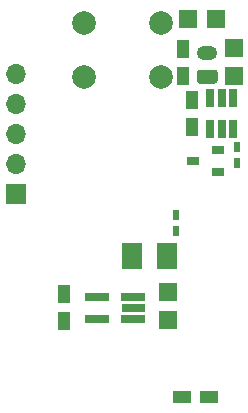
<source format=gbr>
G04 #@! TF.GenerationSoftware,KiCad,Pcbnew,(5.1.9)-1*
G04 #@! TF.CreationDate,2021-03-01T14:18:58+01:00*
G04 #@! TF.ProjectId,button_timer_v1.2.1_lipo[TPL5110],62757474-6f6e-45f7-9469-6d65725f7631,rev?*
G04 #@! TF.SameCoordinates,Original*
G04 #@! TF.FileFunction,Soldermask,Bot*
G04 #@! TF.FilePolarity,Negative*
%FSLAX46Y46*%
G04 Gerber Fmt 4.6, Leading zero omitted, Abs format (unit mm)*
G04 Created by KiCad (PCBNEW (5.1.9)-1) date 2021-03-01 14:18:58*
%MOMM*%
%LPD*%
G01*
G04 APERTURE LIST*
%ADD10R,1.000000X0.800000*%
%ADD11R,0.620000X0.900000*%
%ADD12R,1.800000X2.300000*%
%ADD13R,1.100000X1.500000*%
%ADD14R,1.500000X1.100000*%
%ADD15R,1.500000X1.500000*%
%ADD16R,2.000000X0.650000*%
%ADD17C,0.150000*%
%ADD18C,2.000000*%
%ADD19O,1.700000X1.700000*%
%ADD20R,1.700000X1.700000*%
%ADD21R,0.650000X1.500000*%
%ADD22O,1.750000X1.200000*%
G04 APERTURE END LIST*
D10*
G04 #@! TO.C,Q1*
X132173000Y-73660000D03*
X134273000Y-74610000D03*
X134273000Y-72710000D03*
G04 #@! TD*
D11*
G04 #@! TO.C,C7*
X130733800Y-78232240D03*
X130733800Y-79532240D03*
G04 #@! TD*
D12*
G04 #@! TO.C,C6*
X127053680Y-81696560D03*
X129953680Y-81696560D03*
G04 #@! TD*
D13*
G04 #@! TO.C,C3*
X121269760Y-84920440D03*
X121269760Y-87220440D03*
G04 #@! TD*
G04 #@! TO.C,C5*
X132080000Y-68446000D03*
X132080000Y-70746000D03*
G04 #@! TD*
G04 #@! TO.C,C1*
X131318000Y-66428000D03*
X131318000Y-64128000D03*
G04 #@! TD*
D14*
G04 #@! TO.C,C2*
X133534800Y-93599000D03*
X131234800Y-93599000D03*
G04 #@! TD*
D15*
G04 #@! TO.C,R7*
X130032760Y-87143440D03*
X130032760Y-84743440D03*
G04 #@! TD*
G04 #@! TO.C,R8*
X135636000Y-64078000D03*
X135636000Y-66478000D03*
G04 #@! TD*
G04 #@! TO.C,R6*
X134169000Y-61595000D03*
X131769000Y-61595000D03*
G04 #@! TD*
D16*
G04 #@! TO.C,U2*
X124087760Y-85120440D03*
X124087760Y-87020440D03*
X127137760Y-87020440D03*
D17*
G36*
X128137760Y-85745440D02*
G01*
X128137760Y-86395440D01*
X126137760Y-86395440D01*
X126137760Y-85745440D01*
X128137760Y-85745440D01*
G37*
D16*
X127137760Y-85120440D03*
G04 #@! TD*
D18*
G04 #@! TO.C,SW1*
X129500000Y-62000000D03*
X129500000Y-66500000D03*
X123000000Y-62000000D03*
X123000000Y-66500000D03*
G04 #@! TD*
D19*
G04 #@! TO.C,J1*
X117200000Y-66240000D03*
X117200000Y-68780000D03*
X117200000Y-71320000D03*
X117200000Y-73860000D03*
D20*
X117200000Y-76400000D03*
G04 #@! TD*
D21*
G04 #@! TO.C,U1*
X134620000Y-70896000D03*
X133670000Y-70896000D03*
X135570000Y-70896000D03*
X135570000Y-68296000D03*
X134620000Y-68296000D03*
X133670000Y-68296000D03*
G04 #@! TD*
D11*
G04 #@! TO.C,C4*
X135890000Y-73802000D03*
X135890000Y-72502000D03*
G04 #@! TD*
D22*
G04 #@! TO.C,BT1*
X133400000Y-64500000D03*
G36*
G01*
X134025001Y-67100000D02*
X132774999Y-67100000D01*
G75*
G02*
X132525000Y-66850001I0J249999D01*
G01*
X132525000Y-66149999D01*
G75*
G02*
X132774999Y-65900000I249999J0D01*
G01*
X134025001Y-65900000D01*
G75*
G02*
X134275000Y-66149999I0J-249999D01*
G01*
X134275000Y-66850001D01*
G75*
G02*
X134025001Y-67100000I-249999J0D01*
G01*
G37*
G04 #@! TD*
M02*

</source>
